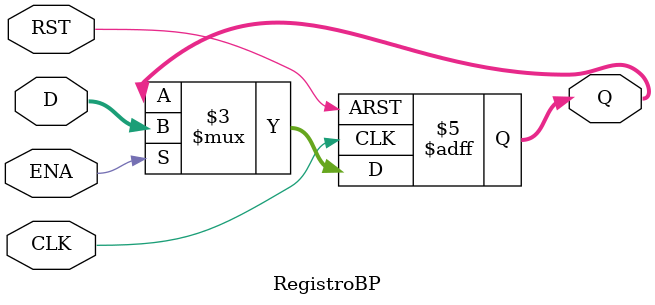
<source format=v>

module RegistroBP(
    input CLK,
    input RST,
    input ENA,
    input [15:0] D,
    output reg [15:0] Q
);

    always @(negedge CLK or posedge RST)
        if (RST)
            Q <= 16'h0000; // reset
        else if (ENA)
            Q <= D; // carga
        else
            Q <= Q; // mantiene valor

endmodule
</source>
